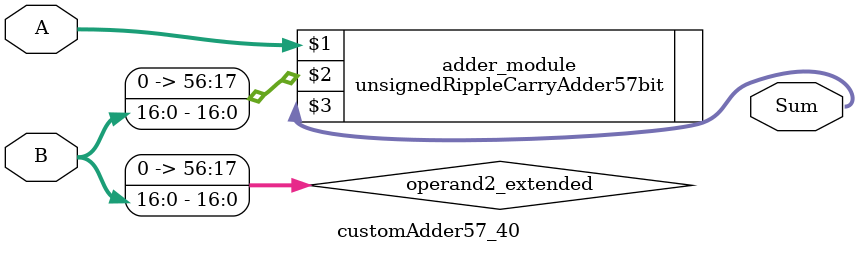
<source format=v>
module customAdder57_40(
                        input [56 : 0] A,
                        input [16 : 0] B,
                        
                        output [57 : 0] Sum
                );

        wire [56 : 0] operand2_extended;
        
        assign operand2_extended =  {40'b0, B};
        
        unsignedRippleCarryAdder57bit adder_module(
            A,
            operand2_extended,
            Sum
        );
        
        endmodule
        
</source>
